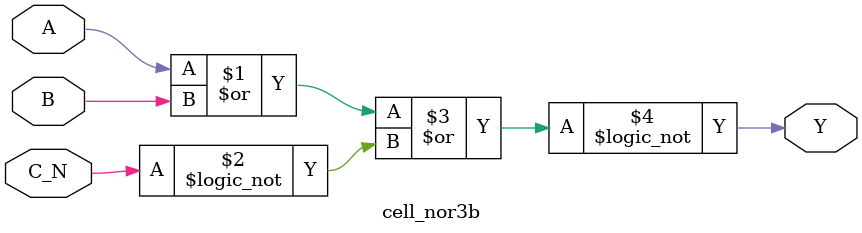
<source format=v>
`timescale 1ps/1ps
module cell_nor3b
(
    input wire A,
    input wire B,
    input wire C_N,
    output wire Y
);
    assign Y = !(A | B | !C_N);
endmodule

</source>
